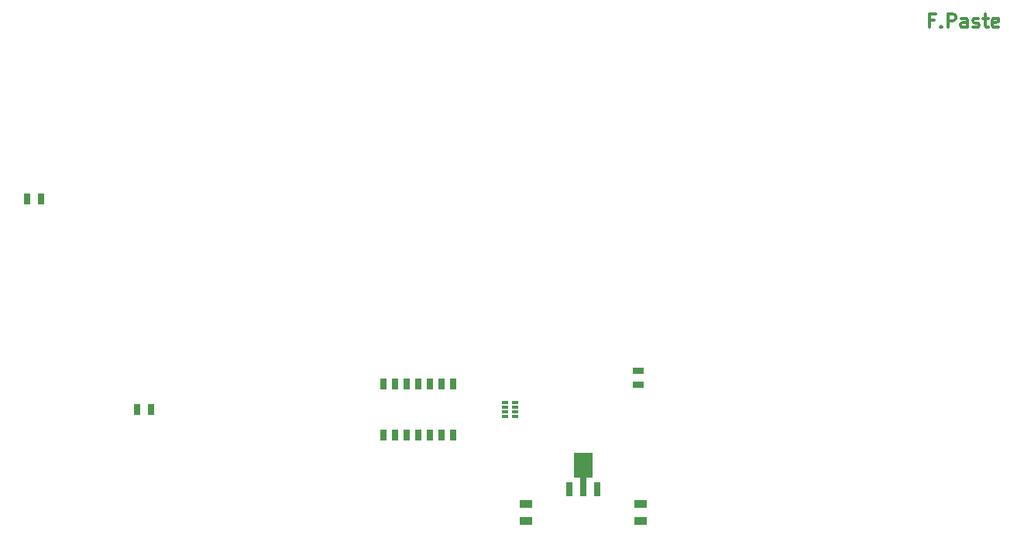
<source format=gtp>
G04 (created by PCBNEW (2013-07-07 BZR 4022)-stable) date 9/18/2013 14:10:39*
%MOIN*%
G04 Gerber Fmt 3.4, Leading zero omitted, Abs format*
%FSLAX34Y34*%
G01*
G70*
G90*
G04 APERTURE LIST*
%ADD10C,0.00590551*%
%ADD11C,0.011811*%
%ADD12R,0.0276X0.063*%
%ADD13R,0.0276X0.0827*%
%ADD14R,0.0787X0.1083*%
%ADD15R,0.0256X0.0118*%
%ADD16R,0.025X0.05*%
%ADD17R,0.025X0.045*%
%ADD18R,0.045X0.025*%
%ADD19R,0.055X0.035*%
G04 APERTURE END LIST*
G54D10*
G54D11*
X53681Y-13158D02*
X53484Y-13158D01*
X53484Y-13467D02*
X53484Y-12876D01*
X53765Y-12876D01*
X53990Y-13411D02*
X54018Y-13439D01*
X53990Y-13467D01*
X53962Y-13439D01*
X53990Y-13411D01*
X53990Y-13467D01*
X54271Y-13467D02*
X54271Y-12876D01*
X54496Y-12876D01*
X54552Y-12904D01*
X54580Y-12933D01*
X54609Y-12989D01*
X54609Y-13073D01*
X54580Y-13129D01*
X54552Y-13158D01*
X54496Y-13186D01*
X54271Y-13186D01*
X55115Y-13467D02*
X55115Y-13158D01*
X55087Y-13101D01*
X55030Y-13073D01*
X54918Y-13073D01*
X54862Y-13101D01*
X55115Y-13439D02*
X55059Y-13467D01*
X54918Y-13467D01*
X54862Y-13439D01*
X54834Y-13383D01*
X54834Y-13326D01*
X54862Y-13270D01*
X54918Y-13242D01*
X55059Y-13242D01*
X55115Y-13214D01*
X55368Y-13439D02*
X55424Y-13467D01*
X55537Y-13467D01*
X55593Y-13439D01*
X55621Y-13383D01*
X55621Y-13354D01*
X55593Y-13298D01*
X55537Y-13270D01*
X55452Y-13270D01*
X55396Y-13242D01*
X55368Y-13186D01*
X55368Y-13158D01*
X55396Y-13101D01*
X55452Y-13073D01*
X55537Y-13073D01*
X55593Y-13101D01*
X55790Y-13073D02*
X56015Y-13073D01*
X55874Y-12876D02*
X55874Y-13383D01*
X55902Y-13439D01*
X55958Y-13467D01*
X56015Y-13467D01*
X56437Y-13439D02*
X56380Y-13467D01*
X56268Y-13467D01*
X56212Y-13439D01*
X56183Y-13383D01*
X56183Y-13158D01*
X56212Y-13101D01*
X56268Y-13073D01*
X56380Y-13073D01*
X56437Y-13101D01*
X56465Y-13158D01*
X56465Y-13214D01*
X56183Y-13270D01*
G54D12*
X37991Y-33346D03*
G54D13*
X38582Y-33248D03*
G54D12*
X39173Y-33346D03*
G54D14*
X38582Y-32303D03*
G54D15*
X35661Y-30216D03*
X35661Y-30019D03*
X35661Y-29822D03*
X35661Y-29625D03*
X35208Y-29625D03*
X35208Y-29822D03*
X35208Y-30019D03*
X35208Y-30216D03*
G54D16*
X29996Y-31021D03*
X30496Y-31021D03*
X30996Y-31021D03*
X31496Y-31021D03*
X31996Y-31021D03*
X32496Y-31021D03*
X32996Y-31021D03*
X32996Y-28821D03*
X32496Y-28821D03*
X31996Y-28821D03*
X31496Y-28821D03*
X30996Y-28821D03*
X30496Y-28821D03*
X29996Y-28821D03*
G54D17*
X15260Y-20866D03*
X14660Y-20866D03*
X19985Y-29921D03*
X19385Y-29921D03*
G54D18*
X40944Y-28243D03*
X40944Y-28843D03*
G54D19*
X41043Y-33975D03*
X41043Y-34725D03*
X36122Y-33975D03*
X36122Y-34725D03*
M02*

</source>
